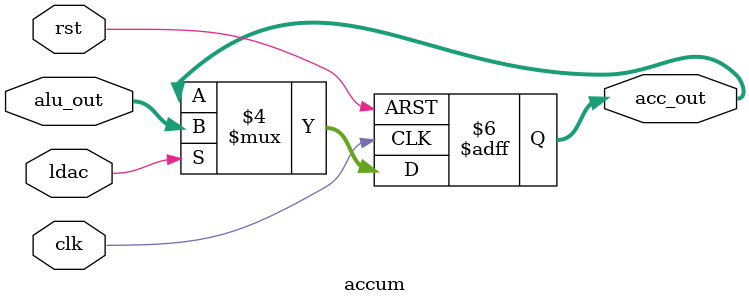
<source format=v>
module accum(clk, rst, alu_out, ldac, acc_out);

input  clk, rst, ldac;
input  [7:0] alu_out;
output [7:0] acc_out;
reg    [7:0] acc_out;
    
    always @ (posedge clk or negedge rst) begin

                if (!rst) begin
                    	acc_out <= 0;
                end else if ( ldac == 1) begin
                        acc_out <= alu_out[7:0];
                end                
      end

endmodule


    

</source>
